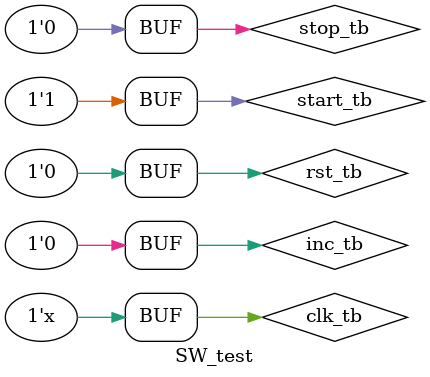
<source format=v>
`timescale 1ns / 1ps


module SW_test;
    reg clk_tb;
    reg rst_tb;
    reg start_tb;
    reg stop_tb;
    reg inc_tb;
    wire [6:0]seg_tb;
    wire [7:0]an_tb;
    wire dp_tb;


SW Kitty_poop(
    .clk(clk_tb),
    .rst(rst_tb),
    .start(start_tb),
    .stop(stop_tb),
    .inc(inc_tb),
    .seg(seg_tb),
    .an(an_tb),
    .dp(dp_tb)
    );

always

#5 clk_tb = ~clk_tb;

initial begin
    
    clk_tb = 100;
    rst_tb = 1;
    start_tb = 1'b0;
    stop_tb = 1'b0;
    inc_tb = 1'b0;
    
    #1 rst_tb = 0;
    #10 start_tb = 1;
    //#10 inc_tb = 1;

end

endmodule

</source>
